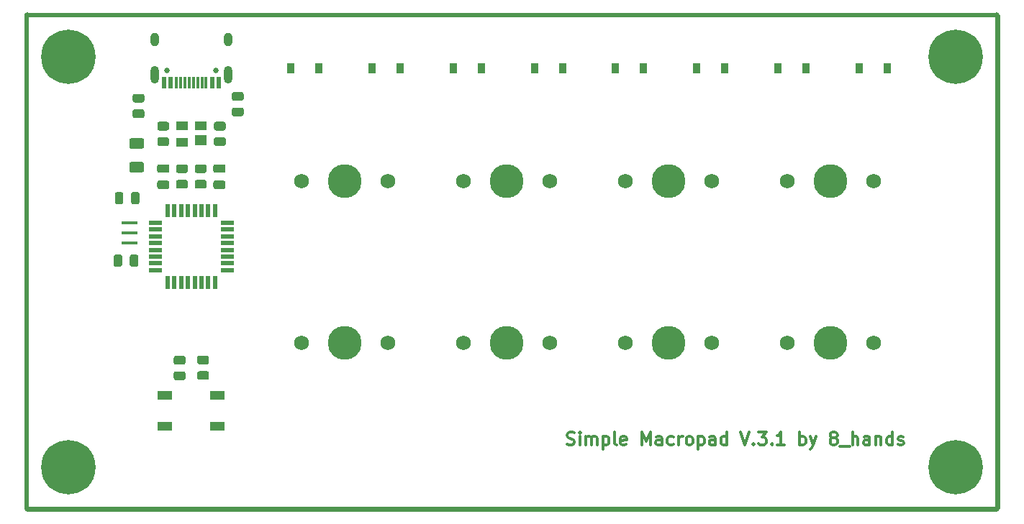
<source format=gbr>
%TF.GenerationSoftware,KiCad,Pcbnew,(5.1.10-1-10_14)*%
%TF.CreationDate,2021-08-27T11:15:07+08:00*%
%TF.ProjectId,SMP v.2,534d5020-762e-4322-9e6b-696361645f70,rev?*%
%TF.SameCoordinates,Original*%
%TF.FileFunction,Soldermask,Top*%
%TF.FilePolarity,Negative*%
%FSLAX46Y46*%
G04 Gerber Fmt 4.6, Leading zero omitted, Abs format (unit mm)*
G04 Created by KiCad (PCBNEW (5.1.10-1-10_14)) date 2021-08-27 11:15:07*
%MOMM*%
%LPD*%
G01*
G04 APERTURE LIST*
%ADD10C,0.300000*%
%TA.AperFunction,Profile*%
%ADD11C,0.050000*%
%TD*%
%ADD12C,0.500000*%
%ADD13R,0.600000X1.450000*%
%ADD14R,0.300000X1.450000*%
%ADD15C,0.650000*%
%ADD16O,1.000000X2.100000*%
%ADD17O,1.000000X1.600000*%
%ADD18R,1.400000X1.000000*%
%ADD19R,1.400000X1.200000*%
%ADD20R,0.550000X1.600000*%
%ADD21R,1.600000X0.550000*%
%ADD22R,0.900000X1.200000*%
%ADD23C,1.750000*%
%ADD24C,3.987800*%
%ADD25C,6.400000*%
%ADD26R,1.900000X0.400000*%
%ADD27R,1.800000X1.100000*%
G04 APERTURE END LIST*
D10*
X105205145Y-76080702D02*
X105419431Y-76152131D01*
X105776574Y-76152131D01*
X105919431Y-76080702D01*
X105990860Y-76009274D01*
X106062288Y-75866417D01*
X106062288Y-75723560D01*
X105990860Y-75580702D01*
X105919431Y-75509274D01*
X105776574Y-75437845D01*
X105490860Y-75366417D01*
X105348002Y-75294988D01*
X105276574Y-75223560D01*
X105205145Y-75080702D01*
X105205145Y-74937845D01*
X105276574Y-74794988D01*
X105348002Y-74723560D01*
X105490860Y-74652131D01*
X105848002Y-74652131D01*
X106062288Y-74723560D01*
X106705145Y-76152131D02*
X106705145Y-75152131D01*
X106705145Y-74652131D02*
X106633717Y-74723560D01*
X106705145Y-74794988D01*
X106776574Y-74723560D01*
X106705145Y-74652131D01*
X106705145Y-74794988D01*
X107419431Y-76152131D02*
X107419431Y-75152131D01*
X107419431Y-75294988D02*
X107490860Y-75223560D01*
X107633717Y-75152131D01*
X107848002Y-75152131D01*
X107990860Y-75223560D01*
X108062288Y-75366417D01*
X108062288Y-76152131D01*
X108062288Y-75366417D02*
X108133717Y-75223560D01*
X108276574Y-75152131D01*
X108490860Y-75152131D01*
X108633717Y-75223560D01*
X108705145Y-75366417D01*
X108705145Y-76152131D01*
X109419431Y-75152131D02*
X109419431Y-76652131D01*
X109419431Y-75223560D02*
X109562288Y-75152131D01*
X109848002Y-75152131D01*
X109990860Y-75223560D01*
X110062288Y-75294988D01*
X110133717Y-75437845D01*
X110133717Y-75866417D01*
X110062288Y-76009274D01*
X109990860Y-76080702D01*
X109848002Y-76152131D01*
X109562288Y-76152131D01*
X109419431Y-76080702D01*
X110990860Y-76152131D02*
X110848002Y-76080702D01*
X110776574Y-75937845D01*
X110776574Y-74652131D01*
X112133717Y-76080702D02*
X111990860Y-76152131D01*
X111705145Y-76152131D01*
X111562288Y-76080702D01*
X111490860Y-75937845D01*
X111490860Y-75366417D01*
X111562288Y-75223560D01*
X111705145Y-75152131D01*
X111990860Y-75152131D01*
X112133717Y-75223560D01*
X112205145Y-75366417D01*
X112205145Y-75509274D01*
X111490860Y-75652131D01*
X113990860Y-76152131D02*
X113990860Y-74652131D01*
X114490860Y-75723560D01*
X114990860Y-74652131D01*
X114990860Y-76152131D01*
X116348002Y-76152131D02*
X116348002Y-75366417D01*
X116276574Y-75223560D01*
X116133717Y-75152131D01*
X115848002Y-75152131D01*
X115705145Y-75223560D01*
X116348002Y-76080702D02*
X116205145Y-76152131D01*
X115848002Y-76152131D01*
X115705145Y-76080702D01*
X115633717Y-75937845D01*
X115633717Y-75794988D01*
X115705145Y-75652131D01*
X115848002Y-75580702D01*
X116205145Y-75580702D01*
X116348002Y-75509274D01*
X117705145Y-76080702D02*
X117562288Y-76152131D01*
X117276574Y-76152131D01*
X117133717Y-76080702D01*
X117062288Y-76009274D01*
X116990860Y-75866417D01*
X116990860Y-75437845D01*
X117062288Y-75294988D01*
X117133717Y-75223560D01*
X117276574Y-75152131D01*
X117562288Y-75152131D01*
X117705145Y-75223560D01*
X118348002Y-76152131D02*
X118348002Y-75152131D01*
X118348002Y-75437845D02*
X118419431Y-75294988D01*
X118490860Y-75223560D01*
X118633717Y-75152131D01*
X118776574Y-75152131D01*
X119490860Y-76152131D02*
X119348002Y-76080702D01*
X119276574Y-76009274D01*
X119205145Y-75866417D01*
X119205145Y-75437845D01*
X119276574Y-75294988D01*
X119348002Y-75223560D01*
X119490860Y-75152131D01*
X119705145Y-75152131D01*
X119848002Y-75223560D01*
X119919431Y-75294988D01*
X119990860Y-75437845D01*
X119990860Y-75866417D01*
X119919431Y-76009274D01*
X119848002Y-76080702D01*
X119705145Y-76152131D01*
X119490860Y-76152131D01*
X120633717Y-75152131D02*
X120633717Y-76652131D01*
X120633717Y-75223560D02*
X120776574Y-75152131D01*
X121062288Y-75152131D01*
X121205145Y-75223560D01*
X121276574Y-75294988D01*
X121348002Y-75437845D01*
X121348002Y-75866417D01*
X121276574Y-76009274D01*
X121205145Y-76080702D01*
X121062288Y-76152131D01*
X120776574Y-76152131D01*
X120633717Y-76080702D01*
X122633717Y-76152131D02*
X122633717Y-75366417D01*
X122562288Y-75223560D01*
X122419431Y-75152131D01*
X122133717Y-75152131D01*
X121990860Y-75223560D01*
X122633717Y-76080702D02*
X122490860Y-76152131D01*
X122133717Y-76152131D01*
X121990860Y-76080702D01*
X121919431Y-75937845D01*
X121919431Y-75794988D01*
X121990860Y-75652131D01*
X122133717Y-75580702D01*
X122490860Y-75580702D01*
X122633717Y-75509274D01*
X123990860Y-76152131D02*
X123990860Y-74652131D01*
X123990860Y-76080702D02*
X123848002Y-76152131D01*
X123562288Y-76152131D01*
X123419431Y-76080702D01*
X123348002Y-76009274D01*
X123276574Y-75866417D01*
X123276574Y-75437845D01*
X123348002Y-75294988D01*
X123419431Y-75223560D01*
X123562288Y-75152131D01*
X123848002Y-75152131D01*
X123990860Y-75223560D01*
X125633717Y-74652131D02*
X126133717Y-76152131D01*
X126633717Y-74652131D01*
X127133717Y-76009274D02*
X127205145Y-76080702D01*
X127133717Y-76152131D01*
X127062288Y-76080702D01*
X127133717Y-76009274D01*
X127133717Y-76152131D01*
X127705145Y-74652131D02*
X128633717Y-74652131D01*
X128133717Y-75223560D01*
X128348002Y-75223560D01*
X128490860Y-75294988D01*
X128562288Y-75366417D01*
X128633717Y-75509274D01*
X128633717Y-75866417D01*
X128562288Y-76009274D01*
X128490860Y-76080702D01*
X128348002Y-76152131D01*
X127919431Y-76152131D01*
X127776574Y-76080702D01*
X127705145Y-76009274D01*
X129276574Y-76009274D02*
X129348002Y-76080702D01*
X129276574Y-76152131D01*
X129205145Y-76080702D01*
X129276574Y-76009274D01*
X129276574Y-76152131D01*
X130776574Y-76152131D02*
X129919431Y-76152131D01*
X130348002Y-76152131D02*
X130348002Y-74652131D01*
X130205145Y-74866417D01*
X130062288Y-75009274D01*
X129919431Y-75080702D01*
X132562288Y-76152131D02*
X132562288Y-74652131D01*
X132562288Y-75223560D02*
X132705145Y-75152131D01*
X132990860Y-75152131D01*
X133133717Y-75223560D01*
X133205145Y-75294988D01*
X133276574Y-75437845D01*
X133276574Y-75866417D01*
X133205145Y-76009274D01*
X133133717Y-76080702D01*
X132990860Y-76152131D01*
X132705145Y-76152131D01*
X132562288Y-76080702D01*
X133776574Y-75152131D02*
X134133717Y-76152131D01*
X134490860Y-75152131D02*
X134133717Y-76152131D01*
X133990860Y-76509274D01*
X133919431Y-76580702D01*
X133776574Y-76652131D01*
X136419431Y-75294988D02*
X136276574Y-75223560D01*
X136205145Y-75152131D01*
X136133717Y-75009274D01*
X136133717Y-74937845D01*
X136205145Y-74794988D01*
X136276574Y-74723560D01*
X136419431Y-74652131D01*
X136705145Y-74652131D01*
X136848002Y-74723560D01*
X136919431Y-74794988D01*
X136990860Y-74937845D01*
X136990860Y-75009274D01*
X136919431Y-75152131D01*
X136848002Y-75223560D01*
X136705145Y-75294988D01*
X136419431Y-75294988D01*
X136276574Y-75366417D01*
X136205145Y-75437845D01*
X136133717Y-75580702D01*
X136133717Y-75866417D01*
X136205145Y-76009274D01*
X136276574Y-76080702D01*
X136419431Y-76152131D01*
X136705145Y-76152131D01*
X136848002Y-76080702D01*
X136919431Y-76009274D01*
X136990860Y-75866417D01*
X136990860Y-75580702D01*
X136919431Y-75437845D01*
X136848002Y-75366417D01*
X136705145Y-75294988D01*
X137276574Y-76294988D02*
X138419431Y-76294988D01*
X138776574Y-76152131D02*
X138776574Y-74652131D01*
X139419431Y-76152131D02*
X139419431Y-75366417D01*
X139348002Y-75223560D01*
X139205145Y-75152131D01*
X138990860Y-75152131D01*
X138848002Y-75223560D01*
X138776574Y-75294988D01*
X140776574Y-76152131D02*
X140776574Y-75366417D01*
X140705145Y-75223560D01*
X140562288Y-75152131D01*
X140276574Y-75152131D01*
X140133717Y-75223560D01*
X140776574Y-76080702D02*
X140633717Y-76152131D01*
X140276574Y-76152131D01*
X140133717Y-76080702D01*
X140062288Y-75937845D01*
X140062288Y-75794988D01*
X140133717Y-75652131D01*
X140276574Y-75580702D01*
X140633717Y-75580702D01*
X140776574Y-75509274D01*
X141490860Y-75152131D02*
X141490860Y-76152131D01*
X141490860Y-75294988D02*
X141562288Y-75223560D01*
X141705145Y-75152131D01*
X141919431Y-75152131D01*
X142062288Y-75223560D01*
X142133717Y-75366417D01*
X142133717Y-76152131D01*
X143490860Y-76152131D02*
X143490860Y-74652131D01*
X143490860Y-76080702D02*
X143348002Y-76152131D01*
X143062288Y-76152131D01*
X142919431Y-76080702D01*
X142848002Y-76009274D01*
X142776574Y-75866417D01*
X142776574Y-75437845D01*
X142848002Y-75294988D01*
X142919431Y-75223560D01*
X143062288Y-75152131D01*
X143348002Y-75152131D01*
X143490860Y-75223560D01*
X144133717Y-76080702D02*
X144276574Y-76152131D01*
X144562288Y-76152131D01*
X144705145Y-76080702D01*
X144776574Y-75937845D01*
X144776574Y-75866417D01*
X144705145Y-75723560D01*
X144562288Y-75652131D01*
X144348002Y-75652131D01*
X144205145Y-75580702D01*
X144133717Y-75437845D01*
X144133717Y-75366417D01*
X144205145Y-75223560D01*
X144348002Y-75152131D01*
X144562288Y-75152131D01*
X144705145Y-75223560D01*
D11*
X156052520Y-83629500D02*
G75*
G02*
X155727400Y-83954620I-325120J0D01*
G01*
X155727400Y-25214580D02*
G75*
G02*
X156052520Y-25539700I0J-325120D01*
G01*
X41366440Y-25539700D02*
G75*
G02*
X41691560Y-25214580I325120J0D01*
G01*
X41689020Y-83957160D02*
G75*
G02*
X41363900Y-83632040I0J325120D01*
G01*
D12*
X155778200Y-83677760D02*
X155778200Y-25488900D01*
X41641840Y-25488900D02*
X155778200Y-25488900D01*
X41640760Y-83677760D02*
X155778200Y-83677760D01*
X41640760Y-83677760D02*
X41641840Y-25488900D01*
D11*
X41366440Y-25539700D02*
X41363900Y-83632040D01*
X155727400Y-25214580D02*
X41691560Y-25214580D01*
X156052520Y-83629500D02*
X156052520Y-25539700D01*
X41689020Y-83957160D02*
X155727400Y-83954620D01*
D13*
%TO.C,USB1*%
X57749180Y-33462560D03*
X64199180Y-33462560D03*
X58524180Y-33462560D03*
X63424180Y-33462560D03*
D14*
X62724180Y-33462560D03*
X59224180Y-33462560D03*
X62224180Y-33462560D03*
X59724180Y-33462560D03*
X61724180Y-33462560D03*
X60224180Y-33462560D03*
X60724180Y-33462560D03*
X61224180Y-33462560D03*
D15*
X58084180Y-32017560D03*
X63864180Y-32017560D03*
D16*
X65294180Y-32547560D03*
X56654180Y-32547560D03*
D17*
X65294180Y-28367560D03*
X56654180Y-28367560D03*
%TD*%
%TO.C,R8*%
G36*
G01*
X55214941Y-35810880D02*
X54314939Y-35810880D01*
G75*
G02*
X54064940Y-35560881I0J249999D01*
G01*
X54064940Y-35035879D01*
G75*
G02*
X54314939Y-34785880I249999J0D01*
G01*
X55214941Y-34785880D01*
G75*
G02*
X55464940Y-35035879I0J-249999D01*
G01*
X55464940Y-35560881D01*
G75*
G02*
X55214941Y-35810880I-249999J0D01*
G01*
G37*
G36*
G01*
X55214941Y-37635880D02*
X54314939Y-37635880D01*
G75*
G02*
X54064940Y-37385881I0J249999D01*
G01*
X54064940Y-36860879D01*
G75*
G02*
X54314939Y-36610880I249999J0D01*
G01*
X55214941Y-36610880D01*
G75*
G02*
X55464940Y-36860879I0J-249999D01*
G01*
X55464940Y-37385881D01*
G75*
G02*
X55214941Y-37635880I-249999J0D01*
G01*
G37*
%TD*%
%TO.C,R7*%
G36*
G01*
X58120701Y-39102720D02*
X57220699Y-39102720D01*
G75*
G02*
X56970700Y-38852721I0J249999D01*
G01*
X56970700Y-38327719D01*
G75*
G02*
X57220699Y-38077720I249999J0D01*
G01*
X58120701Y-38077720D01*
G75*
G02*
X58370700Y-38327719I0J-249999D01*
G01*
X58370700Y-38852721D01*
G75*
G02*
X58120701Y-39102720I-249999J0D01*
G01*
G37*
G36*
G01*
X58120701Y-40927720D02*
X57220699Y-40927720D01*
G75*
G02*
X56970700Y-40677721I0J249999D01*
G01*
X56970700Y-40152719D01*
G75*
G02*
X57220699Y-39902720I249999J0D01*
G01*
X58120701Y-39902720D01*
G75*
G02*
X58370700Y-40152719I0J-249999D01*
G01*
X58370700Y-40677721D01*
G75*
G02*
X58120701Y-40927720I-249999J0D01*
G01*
G37*
%TD*%
D18*
%TO.C,D9*%
X59874180Y-40452720D03*
X59874180Y-38552720D03*
X62074180Y-38552720D03*
D19*
X62074180Y-40272720D03*
%TD*%
%TO.C,C2*%
G36*
G01*
X52986480Y-46593740D02*
X52986480Y-47543740D01*
G75*
G02*
X52736480Y-47793740I-250000J0D01*
G01*
X52236480Y-47793740D01*
G75*
G02*
X51986480Y-47543740I0J250000D01*
G01*
X51986480Y-46593740D01*
G75*
G02*
X52236480Y-46343740I250000J0D01*
G01*
X52736480Y-46343740D01*
G75*
G02*
X52986480Y-46593740I0J-250000D01*
G01*
G37*
G36*
G01*
X54886480Y-46593740D02*
X54886480Y-47543740D01*
G75*
G02*
X54636480Y-47793740I-250000J0D01*
G01*
X54136480Y-47793740D01*
G75*
G02*
X53886480Y-47543740I0J250000D01*
G01*
X53886480Y-46593740D01*
G75*
G02*
X54136480Y-46343740I250000J0D01*
G01*
X54636480Y-46343740D01*
G75*
G02*
X54886480Y-46593740I0J-250000D01*
G01*
G37*
%TD*%
D20*
%TO.C,U1*%
X58174180Y-48505800D03*
X58974180Y-48505800D03*
X59774180Y-48505800D03*
X60574180Y-48505800D03*
X61374180Y-48505800D03*
X62174180Y-48505800D03*
X62974180Y-48505800D03*
X63774180Y-48505800D03*
D21*
X65224180Y-49955800D03*
X65224180Y-50755800D03*
X65224180Y-51555800D03*
X65224180Y-52355800D03*
X65224180Y-53155800D03*
X65224180Y-53955800D03*
X65224180Y-54755800D03*
X65224180Y-55555800D03*
D20*
X63774180Y-57005800D03*
X62974180Y-57005800D03*
X62174180Y-57005800D03*
X61374180Y-57005800D03*
X60574180Y-57005800D03*
X59774180Y-57005800D03*
X58974180Y-57005800D03*
X58174180Y-57005800D03*
D21*
X56724180Y-55555800D03*
X56724180Y-54755800D03*
X56724180Y-53955800D03*
X56724180Y-53155800D03*
X56724180Y-52355800D03*
X56724180Y-51555800D03*
X56724180Y-50755800D03*
X56724180Y-49955800D03*
%TD*%
D22*
%TO.C,D8*%
X123738350Y-31732220D03*
X120438350Y-31732220D03*
%TD*%
%TO.C,D7*%
X104642346Y-31732220D03*
X101342346Y-31732220D03*
%TD*%
%TO.C,D6*%
X114190348Y-31732220D03*
X110890348Y-31732220D03*
%TD*%
%TO.C,D5*%
X95094344Y-31732220D03*
X91794344Y-31732220D03*
%TD*%
%TO.C,D4*%
X142834360Y-31732220D03*
X139534360Y-31732220D03*
%TD*%
%TO.C,D3*%
X85546342Y-31732220D03*
X82246342Y-31732220D03*
%TD*%
%TO.C,D2*%
X133286352Y-31732220D03*
X129986352Y-31732220D03*
%TD*%
%TO.C,D1*%
X75998340Y-31732220D03*
X72698340Y-31732220D03*
%TD*%
D23*
%TO.C,MX8*%
X141265900Y-64136300D03*
X131105900Y-64136300D03*
D24*
X136185900Y-64136300D03*
%TD*%
D25*
%TO.C,H4*%
X46528800Y-78790800D03*
%TD*%
%TO.C,H3*%
X46528800Y-30378400D03*
%TD*%
%TO.C,H2*%
X150901400Y-78790800D03*
%TD*%
%TO.C,H1*%
X150901400Y-30378400D03*
%TD*%
D26*
%TO.C,Y1*%
X53715920Y-52354180D03*
X53715920Y-51154180D03*
X53715920Y-49954180D03*
%TD*%
D27*
%TO.C,SW1*%
X64074180Y-73968220D03*
X57874180Y-70268220D03*
X64074180Y-70268220D03*
X57874180Y-73968220D03*
%TD*%
%TO.C,R6*%
G36*
G01*
X62812082Y-66650920D02*
X61912078Y-66650920D01*
G75*
G02*
X61662080Y-66400922I0J249998D01*
G01*
X61662080Y-65875918D01*
G75*
G02*
X61912078Y-65625920I249998J0D01*
G01*
X62812082Y-65625920D01*
G75*
G02*
X63062080Y-65875918I0J-249998D01*
G01*
X63062080Y-66400922D01*
G75*
G02*
X62812082Y-66650920I-249998J0D01*
G01*
G37*
G36*
G01*
X62812082Y-68475920D02*
X61912078Y-68475920D01*
G75*
G02*
X61662080Y-68225922I0J249998D01*
G01*
X61662080Y-67700918D01*
G75*
G02*
X61912078Y-67450920I249998J0D01*
G01*
X62812082Y-67450920D01*
G75*
G02*
X63062080Y-67700918I0J-249998D01*
G01*
X63062080Y-68225922D01*
G75*
G02*
X62812082Y-68475920I-249998J0D01*
G01*
G37*
%TD*%
%TO.C,R5*%
G36*
G01*
X64785662Y-39102720D02*
X63885658Y-39102720D01*
G75*
G02*
X63635660Y-38852722I0J249998D01*
G01*
X63635660Y-38327718D01*
G75*
G02*
X63885658Y-38077720I249998J0D01*
G01*
X64785662Y-38077720D01*
G75*
G02*
X65035660Y-38327718I0J-249998D01*
G01*
X65035660Y-38852722D01*
G75*
G02*
X64785662Y-39102720I-249998J0D01*
G01*
G37*
G36*
G01*
X64785662Y-40927720D02*
X63885658Y-40927720D01*
G75*
G02*
X63635660Y-40677722I0J249998D01*
G01*
X63635660Y-40152718D01*
G75*
G02*
X63885658Y-39902720I249998J0D01*
G01*
X64785662Y-39902720D01*
G75*
G02*
X65035660Y-40152718I0J-249998D01*
G01*
X65035660Y-40677722D01*
G75*
G02*
X64785662Y-40927720I-249998J0D01*
G01*
G37*
%TD*%
%TO.C,R4*%
G36*
G01*
X66891322Y-35602600D02*
X65991318Y-35602600D01*
G75*
G02*
X65741320Y-35352602I0J249998D01*
G01*
X65741320Y-34827598D01*
G75*
G02*
X65991318Y-34577600I249998J0D01*
G01*
X66891322Y-34577600D01*
G75*
G02*
X67141320Y-34827598I0J-249998D01*
G01*
X67141320Y-35352602D01*
G75*
G02*
X66891322Y-35602600I-249998J0D01*
G01*
G37*
G36*
G01*
X66891322Y-37427600D02*
X65991318Y-37427600D01*
G75*
G02*
X65741320Y-37177602I0J249998D01*
G01*
X65741320Y-36652598D01*
G75*
G02*
X65991318Y-36402600I249998J0D01*
G01*
X66891322Y-36402600D01*
G75*
G02*
X67141320Y-36652598I0J-249998D01*
G01*
X67141320Y-37177602D01*
G75*
G02*
X66891322Y-37427600I-249998J0D01*
G01*
G37*
%TD*%
%TO.C,R3*%
G36*
G01*
X60330502Y-44124300D02*
X59430498Y-44124300D01*
G75*
G02*
X59180500Y-43874302I0J249998D01*
G01*
X59180500Y-43349298D01*
G75*
G02*
X59430498Y-43099300I249998J0D01*
G01*
X60330502Y-43099300D01*
G75*
G02*
X60580500Y-43349298I0J-249998D01*
G01*
X60580500Y-43874302D01*
G75*
G02*
X60330502Y-44124300I-249998J0D01*
G01*
G37*
G36*
G01*
X60330502Y-45949300D02*
X59430498Y-45949300D01*
G75*
G02*
X59180500Y-45699302I0J249998D01*
G01*
X59180500Y-45174298D01*
G75*
G02*
X59430498Y-44924300I249998J0D01*
G01*
X60330502Y-44924300D01*
G75*
G02*
X60580500Y-45174298I0J-249998D01*
G01*
X60580500Y-45699302D01*
G75*
G02*
X60330502Y-45949300I-249998J0D01*
G01*
G37*
%TD*%
%TO.C,R2*%
G36*
G01*
X62525062Y-44124300D02*
X61625058Y-44124300D01*
G75*
G02*
X61375060Y-43874302I0J249998D01*
G01*
X61375060Y-43349298D01*
G75*
G02*
X61625058Y-43099300I249998J0D01*
G01*
X62525062Y-43099300D01*
G75*
G02*
X62775060Y-43349298I0J-249998D01*
G01*
X62775060Y-43874302D01*
G75*
G02*
X62525062Y-44124300I-249998J0D01*
G01*
G37*
G36*
G01*
X62525062Y-45949300D02*
X61625058Y-45949300D01*
G75*
G02*
X61375060Y-45699302I0J249998D01*
G01*
X61375060Y-45174298D01*
G75*
G02*
X61625058Y-44924300I249998J0D01*
G01*
X62525062Y-44924300D01*
G75*
G02*
X62775060Y-45174298I0J-249998D01*
G01*
X62775060Y-45699302D01*
G75*
G02*
X62525062Y-45949300I-249998J0D01*
G01*
G37*
%TD*%
%TO.C,R1*%
G36*
G01*
X59146678Y-67479160D02*
X60046682Y-67479160D01*
G75*
G02*
X60296680Y-67729158I0J-249998D01*
G01*
X60296680Y-68254162D01*
G75*
G02*
X60046682Y-68504160I-249998J0D01*
G01*
X59146678Y-68504160D01*
G75*
G02*
X58896680Y-68254162I0J249998D01*
G01*
X58896680Y-67729158D01*
G75*
G02*
X59146678Y-67479160I249998J0D01*
G01*
G37*
G36*
G01*
X59146678Y-65654160D02*
X60046682Y-65654160D01*
G75*
G02*
X60296680Y-65904158I0J-249998D01*
G01*
X60296680Y-66429162D01*
G75*
G02*
X60046682Y-66679160I-249998J0D01*
G01*
X59146678Y-66679160D01*
G75*
G02*
X58896680Y-66429162I0J249998D01*
G01*
X58896680Y-65904158D01*
G75*
G02*
X59146678Y-65654160I249998J0D01*
G01*
G37*
%TD*%
%TO.C,F1*%
G36*
G01*
X55168960Y-41251840D02*
X53918960Y-41251840D01*
G75*
G02*
X53668960Y-41001840I0J250000D01*
G01*
X53668960Y-40251840D01*
G75*
G02*
X53918960Y-40001840I250000J0D01*
G01*
X55168960Y-40001840D01*
G75*
G02*
X55418960Y-40251840I0J-250000D01*
G01*
X55418960Y-41001840D01*
G75*
G02*
X55168960Y-41251840I-250000J0D01*
G01*
G37*
G36*
G01*
X55168960Y-44051840D02*
X53918960Y-44051840D01*
G75*
G02*
X53668960Y-43801840I0J250000D01*
G01*
X53668960Y-43051840D01*
G75*
G02*
X53918960Y-42801840I250000J0D01*
G01*
X55168960Y-42801840D01*
G75*
G02*
X55418960Y-43051840I0J-250000D01*
G01*
X55418960Y-43801840D01*
G75*
G02*
X55168960Y-44051840I-250000J0D01*
G01*
G37*
%TD*%
%TO.C,C5*%
G36*
G01*
X52839160Y-53954660D02*
X52839160Y-54904660D01*
G75*
G02*
X52589160Y-55154660I-250000J0D01*
G01*
X52089160Y-55154660D01*
G75*
G02*
X51839160Y-54904660I0J250000D01*
G01*
X51839160Y-53954660D01*
G75*
G02*
X52089160Y-53704660I250000J0D01*
G01*
X52589160Y-53704660D01*
G75*
G02*
X52839160Y-53954660I0J-250000D01*
G01*
G37*
G36*
G01*
X54739160Y-53954660D02*
X54739160Y-54904660D01*
G75*
G02*
X54489160Y-55154660I-250000J0D01*
G01*
X53989160Y-55154660D01*
G75*
G02*
X53739160Y-54904660I0J250000D01*
G01*
X53739160Y-53954660D01*
G75*
G02*
X53989160Y-53704660I250000J0D01*
G01*
X54489160Y-53704660D01*
G75*
G02*
X54739160Y-53954660I0J-250000D01*
G01*
G37*
%TD*%
%TO.C,C4*%
G36*
G01*
X58158400Y-44091400D02*
X57208400Y-44091400D01*
G75*
G02*
X56958400Y-43841400I0J250000D01*
G01*
X56958400Y-43341400D01*
G75*
G02*
X57208400Y-43091400I250000J0D01*
G01*
X58158400Y-43091400D01*
G75*
G02*
X58408400Y-43341400I0J-250000D01*
G01*
X58408400Y-43841400D01*
G75*
G02*
X58158400Y-44091400I-250000J0D01*
G01*
G37*
G36*
G01*
X58158400Y-45991400D02*
X57208400Y-45991400D01*
G75*
G02*
X56958400Y-45741400I0J250000D01*
G01*
X56958400Y-45241400D01*
G75*
G02*
X57208400Y-44991400I250000J0D01*
G01*
X58158400Y-44991400D01*
G75*
G02*
X58408400Y-45241400I0J-250000D01*
G01*
X58408400Y-45741400D01*
G75*
G02*
X58158400Y-45991400I-250000J0D01*
G01*
G37*
%TD*%
%TO.C,C1*%
G36*
G01*
X64762400Y-44091400D02*
X63812400Y-44091400D01*
G75*
G02*
X63562400Y-43841400I0J250000D01*
G01*
X63562400Y-43341400D01*
G75*
G02*
X63812400Y-43091400I250000J0D01*
G01*
X64762400Y-43091400D01*
G75*
G02*
X65012400Y-43341400I0J-250000D01*
G01*
X65012400Y-43841400D01*
G75*
G02*
X64762400Y-44091400I-250000J0D01*
G01*
G37*
G36*
G01*
X64762400Y-45991400D02*
X63812400Y-45991400D01*
G75*
G02*
X63562400Y-45741400I0J250000D01*
G01*
X63562400Y-45241400D01*
G75*
G02*
X63812400Y-44991400I250000J0D01*
G01*
X64762400Y-44991400D01*
G75*
G02*
X65012400Y-45241400I0J-250000D01*
G01*
X65012400Y-45741400D01*
G75*
G02*
X64762400Y-45991400I-250000J0D01*
G01*
G37*
%TD*%
D23*
%TO.C,MX7*%
X122215900Y-64136300D03*
X112055900Y-64136300D03*
D24*
X117135900Y-64136300D03*
%TD*%
D23*
%TO.C,MX6*%
X103165900Y-64136300D03*
X93005900Y-64136300D03*
D24*
X98085900Y-64136300D03*
%TD*%
D23*
%TO.C,MX5*%
X84115900Y-64136300D03*
X73955900Y-64136300D03*
D24*
X79035900Y-64136300D03*
%TD*%
D23*
%TO.C,MX4*%
X141265900Y-45086300D03*
X131105900Y-45086300D03*
D24*
X136185900Y-45086300D03*
%TD*%
D23*
%TO.C,MX3*%
X122215900Y-45086300D03*
X112055900Y-45086300D03*
D24*
X117135900Y-45086300D03*
%TD*%
D23*
%TO.C,MX2*%
X103165900Y-45086300D03*
X93005900Y-45086300D03*
D24*
X98085900Y-45086300D03*
%TD*%
D23*
%TO.C,MX1*%
X84115900Y-45086300D03*
X73955900Y-45086300D03*
D24*
X79035900Y-45086300D03*
%TD*%
M02*

</source>
